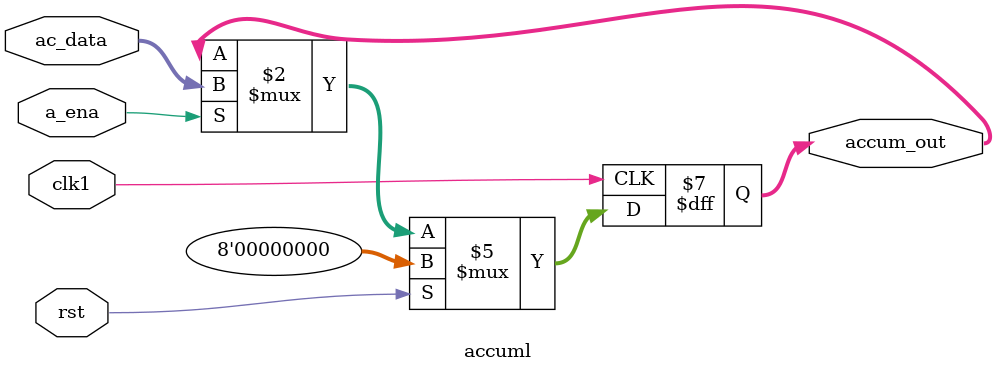
<source format=v>
`timescale 1ns / 1ps


module accuml(
    input [7:0] ac_data,
	 input a_ena,
	 input clk1,
	 input rst,
	 output reg [7:0] accum_out
    );
	 
	 
	 always @(posedge clk1)
	   begin
		 if(rst)
		   accum_out<=8'b00000000;
		 else
		   if(a_ena)
			 accum_out<=ac_data;
		end
endmodule

</source>
